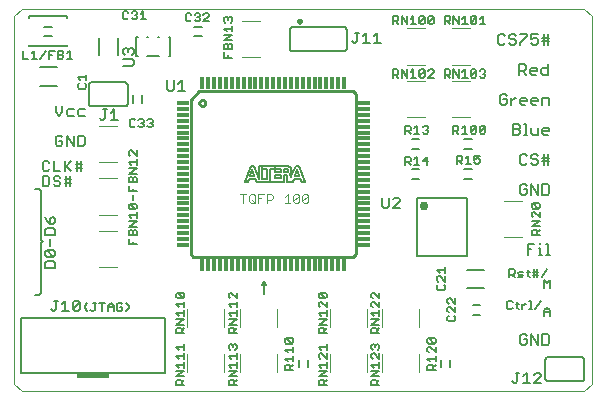
<source format=gto>
G75*
%MOIN*%
%OFA0B0*%
%FSLAX25Y25*%
%IPPOS*%
%LPD*%
%AMOC8*
5,1,8,0,0,1.08239X$1,22.5*
%
%ADD10C,0.00000*%
%ADD11C,0.00600*%
%ADD12C,0.00500*%
%ADD13C,0.00800*%
%ADD14C,0.01000*%
%ADD15C,0.00400*%
%ADD16C,0.00300*%
%ADD17R,0.04133X0.01182*%
%ADD18R,0.04133X0.01181*%
%ADD19R,0.01182X0.04133*%
%ADD20R,0.01181X0.04133*%
%ADD21C,0.02953*%
D10*
X0007850Y0004100D02*
X0005350Y0006600D01*
X0005350Y0129100D01*
X0007850Y0131600D01*
X0195350Y0131600D01*
X0197850Y0129100D01*
X0197850Y0006600D01*
X0195350Y0004100D01*
X0007850Y0004100D01*
D11*
X0018092Y0030962D02*
X0018659Y0030962D01*
X0019226Y0031530D01*
X0019226Y0034365D01*
X0018659Y0034365D02*
X0019794Y0034365D01*
X0021208Y0033231D02*
X0022342Y0034365D01*
X0022342Y0030962D01*
X0021208Y0030962D02*
X0023477Y0030962D01*
X0024891Y0031530D02*
X0027160Y0033798D01*
X0027160Y0031530D01*
X0026593Y0030962D01*
X0025458Y0030962D01*
X0024891Y0031530D01*
X0024891Y0033798D01*
X0025458Y0034365D01*
X0026593Y0034365D01*
X0027160Y0033798D01*
X0018092Y0030962D02*
X0017525Y0031530D01*
X0013475Y0036288D02*
X0012225Y0036288D01*
X0013475Y0036288D02*
X0014100Y0036913D01*
X0014100Y0053475D01*
X0014725Y0054100D01*
X0014100Y0054725D01*
X0014100Y0070975D01*
X0013475Y0071600D01*
X0012225Y0071600D01*
X0014712Y0072525D02*
X0016414Y0072525D01*
X0016981Y0073092D01*
X0016981Y0075361D01*
X0016414Y0075928D01*
X0014712Y0075928D01*
X0014712Y0072525D01*
X0018396Y0073092D02*
X0018963Y0072525D01*
X0020097Y0072525D01*
X0020664Y0073092D01*
X0020664Y0073659D01*
X0020097Y0074226D01*
X0018963Y0074226D01*
X0018396Y0074794D01*
X0018396Y0075361D01*
X0018963Y0075928D01*
X0020097Y0075928D01*
X0020664Y0075361D01*
X0022079Y0074794D02*
X0023780Y0074794D01*
X0024347Y0074794D01*
X0024347Y0073659D02*
X0022079Y0073659D01*
X0022646Y0072525D02*
X0022646Y0075928D01*
X0023780Y0075928D02*
X0023780Y0072525D01*
X0024347Y0077525D02*
X0022646Y0079226D01*
X0022079Y0078659D02*
X0024347Y0080928D01*
X0025762Y0079794D02*
X0027463Y0079794D01*
X0028031Y0079794D01*
X0028031Y0078659D02*
X0025762Y0078659D01*
X0026329Y0077525D02*
X0026329Y0080928D01*
X0027463Y0080928D02*
X0027463Y0077525D01*
X0022079Y0077525D02*
X0022079Y0080928D01*
X0018396Y0080928D02*
X0018396Y0077525D01*
X0020664Y0077525D01*
X0016981Y0078092D02*
X0016414Y0077525D01*
X0015280Y0077525D01*
X0014712Y0078092D01*
X0014712Y0080361D01*
X0015280Y0080928D01*
X0016414Y0080928D01*
X0016981Y0080361D01*
X0019655Y0085963D02*
X0020789Y0085963D01*
X0021356Y0086530D01*
X0021356Y0087664D01*
X0020222Y0087664D01*
X0021356Y0088798D02*
X0020789Y0089365D01*
X0019655Y0089365D01*
X0019088Y0088798D01*
X0019088Y0086530D01*
X0019655Y0085963D01*
X0022771Y0085963D02*
X0022771Y0089365D01*
X0025039Y0085963D01*
X0025039Y0089365D01*
X0026454Y0089365D02*
X0028155Y0089365D01*
X0028722Y0088798D01*
X0028722Y0086530D01*
X0028155Y0085963D01*
X0026454Y0085963D01*
X0026454Y0089365D01*
X0033775Y0095280D02*
X0034342Y0094712D01*
X0034909Y0094712D01*
X0035476Y0095280D01*
X0035476Y0098115D01*
X0034909Y0098115D02*
X0036044Y0098115D01*
X0037458Y0096981D02*
X0038592Y0098115D01*
X0038592Y0094712D01*
X0037458Y0094712D02*
X0039727Y0094712D01*
X0042100Y0099162D02*
X0031100Y0099162D01*
X0031040Y0099164D01*
X0030979Y0099169D01*
X0030920Y0099178D01*
X0030861Y0099191D01*
X0030802Y0099207D01*
X0030745Y0099227D01*
X0030690Y0099250D01*
X0030635Y0099277D01*
X0030583Y0099306D01*
X0030532Y0099339D01*
X0030483Y0099375D01*
X0030437Y0099413D01*
X0030393Y0099455D01*
X0030351Y0099499D01*
X0030313Y0099545D01*
X0030277Y0099594D01*
X0030244Y0099645D01*
X0030215Y0099697D01*
X0030188Y0099752D01*
X0030165Y0099807D01*
X0030145Y0099864D01*
X0030129Y0099923D01*
X0030116Y0099982D01*
X0030107Y0100041D01*
X0030102Y0100102D01*
X0030100Y0100162D01*
X0030100Y0106162D01*
X0030102Y0106222D01*
X0030107Y0106283D01*
X0030116Y0106342D01*
X0030129Y0106401D01*
X0030145Y0106460D01*
X0030165Y0106517D01*
X0030188Y0106572D01*
X0030215Y0106627D01*
X0030244Y0106679D01*
X0030277Y0106730D01*
X0030313Y0106779D01*
X0030351Y0106825D01*
X0030393Y0106869D01*
X0030437Y0106911D01*
X0030483Y0106949D01*
X0030532Y0106985D01*
X0030583Y0107018D01*
X0030635Y0107047D01*
X0030690Y0107074D01*
X0030745Y0107097D01*
X0030802Y0107117D01*
X0030861Y0107133D01*
X0030920Y0107146D01*
X0030979Y0107155D01*
X0031040Y0107160D01*
X0031100Y0107162D01*
X0042100Y0107162D01*
X0042160Y0107160D01*
X0042221Y0107155D01*
X0042280Y0107146D01*
X0042339Y0107133D01*
X0042398Y0107117D01*
X0042455Y0107097D01*
X0042510Y0107074D01*
X0042565Y0107047D01*
X0042617Y0107018D01*
X0042668Y0106985D01*
X0042717Y0106949D01*
X0042763Y0106911D01*
X0042807Y0106869D01*
X0042849Y0106825D01*
X0042887Y0106779D01*
X0042923Y0106730D01*
X0042956Y0106679D01*
X0042985Y0106627D01*
X0043012Y0106572D01*
X0043035Y0106517D01*
X0043055Y0106460D01*
X0043071Y0106401D01*
X0043084Y0106342D01*
X0043093Y0106283D01*
X0043098Y0106222D01*
X0043100Y0106162D01*
X0043100Y0100162D01*
X0043098Y0100102D01*
X0043093Y0100041D01*
X0043084Y0099982D01*
X0043071Y0099923D01*
X0043055Y0099864D01*
X0043035Y0099807D01*
X0043012Y0099752D01*
X0042985Y0099697D01*
X0042956Y0099645D01*
X0042923Y0099594D01*
X0042887Y0099545D01*
X0042849Y0099499D01*
X0042807Y0099455D01*
X0042763Y0099413D01*
X0042717Y0099375D01*
X0042668Y0099339D01*
X0042617Y0099306D01*
X0042565Y0099277D01*
X0042510Y0099250D01*
X0042455Y0099227D01*
X0042398Y0099207D01*
X0042339Y0099191D01*
X0042280Y0099178D01*
X0042221Y0099169D01*
X0042160Y0099164D01*
X0042100Y0099162D01*
X0044725Y0100350D02*
X0044725Y0102850D01*
X0047850Y0102850D02*
X0047850Y0100350D01*
X0056275Y0104967D02*
X0056842Y0104400D01*
X0057976Y0104400D01*
X0058544Y0104967D01*
X0058544Y0107803D01*
X0059958Y0106669D02*
X0061092Y0107803D01*
X0061092Y0104400D01*
X0059958Y0104400D02*
X0062227Y0104400D01*
X0056275Y0104967D02*
X0056275Y0107803D01*
X0056828Y0115911D02*
X0057198Y0115911D01*
X0057198Y0122289D01*
X0056828Y0122289D01*
X0053655Y0122289D02*
X0053285Y0122289D01*
X0049915Y0122289D02*
X0049545Y0122289D01*
X0046372Y0122289D02*
X0046002Y0122289D01*
X0046002Y0115911D01*
X0046372Y0115911D01*
X0045050Y0116775D02*
X0044483Y0116208D01*
X0045050Y0116775D02*
X0045050Y0117910D01*
X0044483Y0118477D01*
X0043916Y0118477D01*
X0043349Y0117910D01*
X0043349Y0117342D01*
X0043349Y0117910D02*
X0042781Y0118477D01*
X0042214Y0118477D01*
X0041647Y0117910D01*
X0041647Y0116775D01*
X0042214Y0116208D01*
X0041647Y0114794D02*
X0044483Y0114794D01*
X0045050Y0114226D01*
X0045050Y0113092D01*
X0044483Y0112525D01*
X0041647Y0112525D01*
X0039725Y0116287D02*
X0039725Y0121912D01*
X0033475Y0121912D02*
X0033475Y0116287D01*
X0022850Y0119100D02*
X0022850Y0119725D01*
X0022850Y0119100D02*
X0010350Y0119100D01*
X0010350Y0119725D01*
X0015350Y0122537D02*
X0017850Y0122537D01*
X0017850Y0125662D02*
X0015350Y0125662D01*
X0010350Y0128475D02*
X0010350Y0129100D01*
X0022850Y0129100D01*
X0022850Y0128475D01*
X0019413Y0112225D02*
X0013787Y0112225D01*
X0013787Y0105975D02*
X0019413Y0105975D01*
X0019088Y0099365D02*
X0019088Y0097097D01*
X0020222Y0095962D01*
X0021356Y0097097D01*
X0021356Y0099365D01*
X0022771Y0097664D02*
X0022771Y0096530D01*
X0023338Y0095962D01*
X0025039Y0095962D01*
X0026454Y0096530D02*
X0026454Y0097664D01*
X0027021Y0098231D01*
X0028722Y0098231D01*
X0028722Y0095962D02*
X0027021Y0095962D01*
X0026454Y0096530D01*
X0025039Y0098231D02*
X0023338Y0098231D01*
X0022771Y0097664D01*
X0049545Y0115911D02*
X0053655Y0115911D01*
X0065350Y0122537D02*
X0067850Y0122537D01*
X0067850Y0125662D02*
X0065350Y0125662D01*
X0097100Y0124600D02*
X0097100Y0118600D01*
X0097102Y0118540D01*
X0097107Y0118479D01*
X0097116Y0118420D01*
X0097129Y0118361D01*
X0097145Y0118302D01*
X0097165Y0118245D01*
X0097188Y0118190D01*
X0097215Y0118135D01*
X0097244Y0118083D01*
X0097277Y0118032D01*
X0097313Y0117983D01*
X0097351Y0117937D01*
X0097393Y0117893D01*
X0097437Y0117851D01*
X0097483Y0117813D01*
X0097532Y0117777D01*
X0097583Y0117744D01*
X0097635Y0117715D01*
X0097690Y0117688D01*
X0097745Y0117665D01*
X0097802Y0117645D01*
X0097861Y0117629D01*
X0097920Y0117616D01*
X0097979Y0117607D01*
X0098040Y0117602D01*
X0098100Y0117600D01*
X0115100Y0117600D01*
X0115160Y0117602D01*
X0115221Y0117607D01*
X0115280Y0117616D01*
X0115339Y0117629D01*
X0115398Y0117645D01*
X0115455Y0117665D01*
X0115510Y0117688D01*
X0115565Y0117715D01*
X0115617Y0117744D01*
X0115668Y0117777D01*
X0115717Y0117813D01*
X0115763Y0117851D01*
X0115807Y0117893D01*
X0115849Y0117937D01*
X0115887Y0117983D01*
X0115923Y0118032D01*
X0115956Y0118083D01*
X0115985Y0118135D01*
X0116012Y0118190D01*
X0116035Y0118245D01*
X0116055Y0118302D01*
X0116071Y0118361D01*
X0116084Y0118420D01*
X0116093Y0118479D01*
X0116098Y0118540D01*
X0116100Y0118600D01*
X0116100Y0124600D01*
X0116098Y0124660D01*
X0116093Y0124721D01*
X0116084Y0124780D01*
X0116071Y0124839D01*
X0116055Y0124898D01*
X0116035Y0124955D01*
X0116012Y0125010D01*
X0115985Y0125065D01*
X0115956Y0125117D01*
X0115923Y0125168D01*
X0115887Y0125217D01*
X0115849Y0125263D01*
X0115807Y0125307D01*
X0115763Y0125349D01*
X0115717Y0125387D01*
X0115668Y0125423D01*
X0115617Y0125456D01*
X0115565Y0125485D01*
X0115510Y0125512D01*
X0115455Y0125535D01*
X0115398Y0125555D01*
X0115339Y0125571D01*
X0115280Y0125584D01*
X0115221Y0125593D01*
X0115160Y0125598D01*
X0115100Y0125600D01*
X0098100Y0125600D01*
X0098040Y0125598D01*
X0097979Y0125593D01*
X0097920Y0125584D01*
X0097861Y0125571D01*
X0097802Y0125555D01*
X0097745Y0125535D01*
X0097690Y0125512D01*
X0097635Y0125485D01*
X0097583Y0125456D01*
X0097532Y0125423D01*
X0097483Y0125387D01*
X0097437Y0125349D01*
X0097393Y0125307D01*
X0097351Y0125263D01*
X0097313Y0125217D01*
X0097277Y0125168D01*
X0097244Y0125117D01*
X0097215Y0125065D01*
X0097188Y0125010D01*
X0097165Y0124955D01*
X0097145Y0124898D01*
X0097129Y0124839D01*
X0097116Y0124780D01*
X0097107Y0124721D01*
X0097102Y0124660D01*
X0097100Y0124600D01*
X0117837Y0120905D02*
X0118405Y0120337D01*
X0118972Y0120337D01*
X0119539Y0120905D01*
X0119539Y0123740D01*
X0118972Y0123740D02*
X0120106Y0123740D01*
X0121521Y0122606D02*
X0122655Y0123740D01*
X0122655Y0120337D01*
X0121521Y0120337D02*
X0123789Y0120337D01*
X0125204Y0120337D02*
X0127472Y0120337D01*
X0126338Y0120337D02*
X0126338Y0123740D01*
X0125204Y0122606D01*
X0166609Y0122548D02*
X0166609Y0120280D01*
X0167176Y0119712D01*
X0168311Y0119712D01*
X0168878Y0120280D01*
X0170292Y0120280D02*
X0170860Y0119712D01*
X0171994Y0119712D01*
X0172561Y0120280D01*
X0172561Y0120847D01*
X0171994Y0121414D01*
X0170860Y0121414D01*
X0170292Y0121981D01*
X0170292Y0122548D01*
X0170860Y0123115D01*
X0171994Y0123115D01*
X0172561Y0122548D01*
X0173976Y0123115D02*
X0176244Y0123115D01*
X0176244Y0122548D01*
X0173976Y0120280D01*
X0173976Y0119712D01*
X0177659Y0120280D02*
X0178226Y0119712D01*
X0179360Y0119712D01*
X0179927Y0120280D01*
X0179927Y0121414D01*
X0179360Y0121981D01*
X0178793Y0121981D01*
X0177659Y0121414D01*
X0177659Y0123115D01*
X0179927Y0123115D01*
X0181342Y0121981D02*
X0183043Y0121981D01*
X0183610Y0121981D01*
X0183610Y0120847D02*
X0181342Y0120847D01*
X0181909Y0119712D02*
X0181909Y0123115D01*
X0183043Y0123115D02*
X0183043Y0119712D01*
X0183298Y0113115D02*
X0183298Y0109712D01*
X0181597Y0109712D01*
X0181029Y0110280D01*
X0181029Y0111414D01*
X0181597Y0111981D01*
X0183298Y0111981D01*
X0179615Y0111414D02*
X0179615Y0110847D01*
X0177346Y0110847D01*
X0177346Y0111414D02*
X0177913Y0111981D01*
X0179048Y0111981D01*
X0179615Y0111414D01*
X0179048Y0109712D02*
X0177913Y0109712D01*
X0177346Y0110280D01*
X0177346Y0111414D01*
X0175932Y0111414D02*
X0175932Y0112548D01*
X0175365Y0113115D01*
X0173663Y0113115D01*
X0173663Y0109712D01*
X0173663Y0110847D02*
X0175365Y0110847D01*
X0175932Y0111414D01*
X0174797Y0110847D02*
X0175932Y0109712D01*
X0168925Y0103115D02*
X0167790Y0103115D01*
X0167223Y0102548D01*
X0167223Y0100280D01*
X0167790Y0099712D01*
X0168925Y0099712D01*
X0169492Y0100280D01*
X0169492Y0101414D01*
X0168357Y0101414D01*
X0169492Y0102548D02*
X0168925Y0103115D01*
X0170906Y0101981D02*
X0170906Y0099712D01*
X0170906Y0100847D02*
X0172041Y0101981D01*
X0172608Y0101981D01*
X0173976Y0101414D02*
X0173976Y0100280D01*
X0174543Y0099712D01*
X0175677Y0099712D01*
X0176244Y0100847D02*
X0173976Y0100847D01*
X0173976Y0101414D02*
X0174543Y0101981D01*
X0175677Y0101981D01*
X0176244Y0101414D01*
X0176244Y0100847D01*
X0177659Y0100847D02*
X0179927Y0100847D01*
X0179927Y0101414D01*
X0179360Y0101981D01*
X0178226Y0101981D01*
X0177659Y0101414D01*
X0177659Y0100280D01*
X0178226Y0099712D01*
X0179360Y0099712D01*
X0181342Y0099712D02*
X0181342Y0101981D01*
X0183043Y0101981D01*
X0183610Y0101414D01*
X0183610Y0099712D01*
X0175770Y0093115D02*
X0175770Y0089712D01*
X0175203Y0089712D02*
X0176338Y0089712D01*
X0177659Y0090280D02*
X0178226Y0089712D01*
X0179927Y0089712D01*
X0179927Y0091981D01*
X0181342Y0091414D02*
X0181342Y0090280D01*
X0181909Y0089712D01*
X0183043Y0089712D01*
X0183610Y0090847D02*
X0181342Y0090847D01*
X0181342Y0091414D02*
X0181909Y0091981D01*
X0183043Y0091981D01*
X0183610Y0091414D01*
X0183610Y0090847D01*
X0177659Y0090280D02*
X0177659Y0091981D01*
X0175770Y0093115D02*
X0175203Y0093115D01*
X0173789Y0092548D02*
X0173789Y0091981D01*
X0173222Y0091414D01*
X0171520Y0091414D01*
X0171520Y0093115D02*
X0173222Y0093115D01*
X0173789Y0092548D01*
X0173222Y0091414D02*
X0173789Y0090847D01*
X0173789Y0090280D01*
X0173222Y0089712D01*
X0171520Y0089712D01*
X0171520Y0093115D01*
X0174543Y0083115D02*
X0173976Y0082548D01*
X0173976Y0080280D01*
X0174543Y0079713D01*
X0175677Y0079713D01*
X0176244Y0080280D01*
X0177659Y0080280D02*
X0178226Y0079713D01*
X0179360Y0079713D01*
X0179927Y0080280D01*
X0179927Y0080847D01*
X0179360Y0081414D01*
X0178226Y0081414D01*
X0177659Y0081981D01*
X0177659Y0082548D01*
X0178226Y0083115D01*
X0179360Y0083115D01*
X0179927Y0082548D01*
X0181342Y0081981D02*
X0183043Y0081981D01*
X0183610Y0081981D01*
X0183610Y0080847D02*
X0181342Y0080847D01*
X0181909Y0079713D02*
X0181909Y0083115D01*
X0183043Y0083115D02*
X0183043Y0079713D01*
X0176244Y0082548D02*
X0175677Y0083115D01*
X0174543Y0083115D01*
X0174543Y0073115D02*
X0173976Y0072548D01*
X0173976Y0070280D01*
X0174543Y0069713D01*
X0175677Y0069713D01*
X0176244Y0070280D01*
X0176244Y0071414D01*
X0175110Y0071414D01*
X0176244Y0072548D02*
X0175677Y0073115D01*
X0174543Y0073115D01*
X0177659Y0073115D02*
X0177659Y0069713D01*
X0179927Y0069713D02*
X0179927Y0073115D01*
X0181342Y0073115D02*
X0183043Y0073115D01*
X0183610Y0072548D01*
X0183610Y0070280D01*
X0183043Y0069713D01*
X0181342Y0069713D01*
X0181342Y0073115D01*
X0177659Y0073115D02*
X0179927Y0069713D01*
X0157850Y0075038D02*
X0155350Y0075038D01*
X0155350Y0078163D02*
X0157850Y0078163D01*
X0157850Y0085038D02*
X0155350Y0085038D01*
X0155350Y0088162D02*
X0157850Y0088162D01*
X0140350Y0088162D02*
X0137850Y0088162D01*
X0137850Y0085038D02*
X0140350Y0085038D01*
X0140350Y0078163D02*
X0137850Y0078163D01*
X0137850Y0075038D02*
X0140350Y0075038D01*
X0133789Y0068173D02*
X0133222Y0068740D01*
X0132088Y0068740D01*
X0131521Y0068173D01*
X0130106Y0068740D02*
X0130106Y0065905D01*
X0129539Y0065337D01*
X0128405Y0065337D01*
X0127837Y0065905D01*
X0127837Y0068740D01*
X0131521Y0065337D02*
X0133789Y0067606D01*
X0133789Y0068173D01*
X0133789Y0065337D02*
X0131521Y0065337D01*
X0156288Y0044725D02*
X0161913Y0044725D01*
X0161913Y0038475D02*
X0156288Y0038475D01*
X0158163Y0032850D02*
X0160663Y0032850D01*
X0160663Y0029725D02*
X0158163Y0029725D01*
X0173976Y0022548D02*
X0173976Y0020280D01*
X0174543Y0019713D01*
X0175677Y0019713D01*
X0176244Y0020280D01*
X0176244Y0021414D01*
X0175110Y0021414D01*
X0176244Y0022548D02*
X0175677Y0023115D01*
X0174543Y0023115D01*
X0173976Y0022548D01*
X0177659Y0023115D02*
X0177659Y0019713D01*
X0179927Y0019713D02*
X0179927Y0023115D01*
X0181342Y0023115D02*
X0183043Y0023115D01*
X0183610Y0022548D01*
X0183610Y0020280D01*
X0183043Y0019713D01*
X0181342Y0019713D01*
X0181342Y0023115D01*
X0177659Y0023115D02*
X0179927Y0019713D01*
X0183287Y0015600D02*
X0194287Y0015600D01*
X0194347Y0015598D01*
X0194408Y0015593D01*
X0194467Y0015584D01*
X0194526Y0015571D01*
X0194585Y0015555D01*
X0194642Y0015535D01*
X0194697Y0015512D01*
X0194752Y0015485D01*
X0194804Y0015456D01*
X0194855Y0015423D01*
X0194904Y0015387D01*
X0194950Y0015349D01*
X0194994Y0015307D01*
X0195036Y0015263D01*
X0195074Y0015217D01*
X0195110Y0015168D01*
X0195143Y0015117D01*
X0195172Y0015065D01*
X0195199Y0015010D01*
X0195222Y0014955D01*
X0195242Y0014898D01*
X0195258Y0014839D01*
X0195271Y0014780D01*
X0195280Y0014721D01*
X0195285Y0014660D01*
X0195287Y0014600D01*
X0195287Y0008600D01*
X0195285Y0008540D01*
X0195280Y0008479D01*
X0195271Y0008420D01*
X0195258Y0008361D01*
X0195242Y0008302D01*
X0195222Y0008245D01*
X0195199Y0008190D01*
X0195172Y0008135D01*
X0195143Y0008083D01*
X0195110Y0008032D01*
X0195074Y0007983D01*
X0195036Y0007937D01*
X0194994Y0007893D01*
X0194950Y0007851D01*
X0194904Y0007813D01*
X0194855Y0007777D01*
X0194804Y0007744D01*
X0194752Y0007715D01*
X0194697Y0007688D01*
X0194642Y0007665D01*
X0194585Y0007645D01*
X0194526Y0007629D01*
X0194467Y0007616D01*
X0194408Y0007607D01*
X0194347Y0007602D01*
X0194287Y0007600D01*
X0183287Y0007600D01*
X0183227Y0007602D01*
X0183166Y0007607D01*
X0183107Y0007616D01*
X0183048Y0007629D01*
X0182989Y0007645D01*
X0182932Y0007665D01*
X0182877Y0007688D01*
X0182822Y0007715D01*
X0182770Y0007744D01*
X0182719Y0007777D01*
X0182670Y0007813D01*
X0182624Y0007851D01*
X0182580Y0007893D01*
X0182538Y0007937D01*
X0182500Y0007983D01*
X0182464Y0008032D01*
X0182431Y0008083D01*
X0182402Y0008135D01*
X0182375Y0008190D01*
X0182352Y0008245D01*
X0182332Y0008302D01*
X0182316Y0008361D01*
X0182303Y0008420D01*
X0182294Y0008479D01*
X0182289Y0008540D01*
X0182287Y0008600D01*
X0182287Y0014600D01*
X0182289Y0014660D01*
X0182294Y0014721D01*
X0182303Y0014780D01*
X0182316Y0014839D01*
X0182332Y0014898D01*
X0182352Y0014955D01*
X0182375Y0015010D01*
X0182402Y0015065D01*
X0182431Y0015117D01*
X0182464Y0015168D01*
X0182500Y0015217D01*
X0182538Y0015263D01*
X0182580Y0015307D01*
X0182624Y0015349D01*
X0182670Y0015387D01*
X0182719Y0015423D01*
X0182770Y0015456D01*
X0182822Y0015485D01*
X0182877Y0015512D01*
X0182932Y0015535D01*
X0182989Y0015555D01*
X0183048Y0015571D01*
X0183107Y0015584D01*
X0183166Y0015593D01*
X0183227Y0015598D01*
X0183287Y0015600D01*
X0180343Y0010303D02*
X0179208Y0010303D01*
X0178641Y0009736D01*
X0180343Y0010303D02*
X0180910Y0009736D01*
X0180910Y0009169D01*
X0178641Y0006900D01*
X0180910Y0006900D01*
X0177227Y0006900D02*
X0174958Y0006900D01*
X0176092Y0006900D02*
X0176092Y0010303D01*
X0174958Y0009169D01*
X0173544Y0010303D02*
X0172409Y0010303D01*
X0172976Y0010303D02*
X0172976Y0007467D01*
X0172409Y0006900D01*
X0171842Y0006900D01*
X0171275Y0007467D01*
X0150663Y0012225D02*
X0150663Y0014725D01*
X0147538Y0014725D02*
X0147538Y0012225D01*
X0103162Y0012225D02*
X0103162Y0014725D01*
X0100037Y0014725D02*
X0100037Y0012225D01*
X0088475Y0036600D02*
X0088475Y0040663D01*
X0087850Y0039725D01*
X0088475Y0040663D02*
X0089100Y0039725D01*
X0018925Y0045192D02*
X0018925Y0046894D01*
X0018358Y0047461D01*
X0016089Y0047461D01*
X0015522Y0046894D01*
X0015522Y0045192D01*
X0018925Y0045192D01*
X0018358Y0048875D02*
X0016089Y0048875D01*
X0015522Y0049442D01*
X0015522Y0050577D01*
X0016089Y0051144D01*
X0018358Y0048875D01*
X0018925Y0049442D01*
X0018925Y0050577D01*
X0018358Y0051144D01*
X0016089Y0051144D01*
X0017224Y0052558D02*
X0017224Y0054827D01*
X0018925Y0056242D02*
X0015522Y0056242D01*
X0015522Y0057943D01*
X0016089Y0058510D01*
X0018358Y0058510D01*
X0018925Y0057943D01*
X0018925Y0056242D01*
X0018358Y0059925D02*
X0017224Y0059925D01*
X0017224Y0061626D01*
X0017791Y0062193D01*
X0018358Y0062193D01*
X0018925Y0061626D01*
X0018925Y0060492D01*
X0018358Y0059925D01*
X0017224Y0059925D02*
X0016089Y0061059D01*
X0015522Y0062193D01*
X0166609Y0122548D02*
X0167176Y0123115D01*
X0168311Y0123115D01*
X0168878Y0122548D01*
X0176431Y0053115D02*
X0178700Y0053115D01*
X0180114Y0051981D02*
X0180681Y0051981D01*
X0180681Y0049712D01*
X0180114Y0049712D02*
X0181248Y0049712D01*
X0182570Y0049712D02*
X0183704Y0049712D01*
X0183137Y0049712D02*
X0183137Y0053115D01*
X0182570Y0053115D01*
X0180681Y0053115D02*
X0180681Y0053683D01*
X0177565Y0051414D02*
X0176431Y0051414D01*
X0176431Y0053115D02*
X0176431Y0049712D01*
D12*
X0176630Y0044414D02*
X0176630Y0042613D01*
X0177081Y0042163D01*
X0178144Y0043063D02*
X0179946Y0043063D01*
X0179946Y0043964D02*
X0179496Y0043964D01*
X0178144Y0043964D01*
X0178595Y0044865D02*
X0178595Y0042163D01*
X0179496Y0042163D02*
X0179496Y0044865D01*
X0177081Y0043964D02*
X0176180Y0043964D01*
X0175035Y0043964D02*
X0173684Y0043964D01*
X0173234Y0043514D01*
X0173684Y0043063D01*
X0174585Y0043063D01*
X0175035Y0042613D01*
X0174585Y0042163D01*
X0173234Y0042163D01*
X0172089Y0042163D02*
X0171188Y0043063D01*
X0171638Y0043063D02*
X0170287Y0043063D01*
X0170287Y0042163D02*
X0170287Y0044865D01*
X0171638Y0044865D01*
X0172089Y0044414D01*
X0172089Y0043514D01*
X0171638Y0043063D01*
X0181091Y0042163D02*
X0182893Y0044865D01*
X0182028Y0041115D02*
X0182929Y0040214D01*
X0183830Y0041115D01*
X0183830Y0038413D01*
X0182028Y0038413D02*
X0182028Y0041115D01*
X0180705Y0034240D02*
X0178903Y0031537D01*
X0177840Y0031537D02*
X0176939Y0031537D01*
X0177390Y0031537D02*
X0177390Y0034240D01*
X0176939Y0034240D01*
X0175835Y0033339D02*
X0175384Y0033339D01*
X0174484Y0032438D01*
X0174484Y0031537D02*
X0174484Y0033339D01*
X0173420Y0033339D02*
X0172519Y0033339D01*
X0172970Y0033789D02*
X0172970Y0031988D01*
X0173420Y0031537D01*
X0171374Y0031988D02*
X0170924Y0031537D01*
X0170023Y0031537D01*
X0169573Y0031988D01*
X0169573Y0033789D01*
X0170023Y0034240D01*
X0170924Y0034240D01*
X0171374Y0033789D01*
X0182028Y0031152D02*
X0182028Y0029350D01*
X0182028Y0030701D02*
X0183830Y0030701D01*
X0183830Y0031152D02*
X0183830Y0029350D01*
X0183830Y0031152D02*
X0182929Y0032052D01*
X0182028Y0031152D01*
X0152288Y0030422D02*
X0150486Y0032223D01*
X0150036Y0032223D01*
X0149585Y0031773D01*
X0149585Y0030872D01*
X0150036Y0030422D01*
X0150036Y0029277D02*
X0149585Y0028826D01*
X0149585Y0027925D01*
X0150036Y0027475D01*
X0151837Y0027475D01*
X0152288Y0027925D01*
X0152288Y0028826D01*
X0151837Y0029277D01*
X0152288Y0030422D02*
X0152288Y0032223D01*
X0152288Y0033368D02*
X0150486Y0035170D01*
X0150036Y0035170D01*
X0149585Y0034719D01*
X0149585Y0033818D01*
X0150036Y0033368D01*
X0152288Y0033368D02*
X0152288Y0035170D01*
X0148850Y0038238D02*
X0148850Y0039139D01*
X0148400Y0039589D01*
X0148850Y0040734D02*
X0147048Y0042536D01*
X0146598Y0042536D01*
X0146148Y0042085D01*
X0146148Y0041184D01*
X0146598Y0040734D01*
X0146598Y0039589D02*
X0146148Y0039139D01*
X0146148Y0038238D01*
X0146598Y0037788D01*
X0148400Y0037788D01*
X0148850Y0038238D01*
X0148850Y0040734D02*
X0148850Y0042536D01*
X0148850Y0043681D02*
X0148850Y0045482D01*
X0148850Y0044581D02*
X0146148Y0044581D01*
X0147048Y0043681D01*
X0126975Y0037000D02*
X0126975Y0035199D01*
X0125173Y0037000D01*
X0124723Y0037000D01*
X0124273Y0036550D01*
X0124273Y0035649D01*
X0124723Y0035199D01*
X0124723Y0034054D02*
X0124273Y0033603D01*
X0124273Y0032702D01*
X0124723Y0032252D01*
X0124723Y0034054D02*
X0125173Y0034054D01*
X0126975Y0032252D01*
X0126975Y0034054D01*
X0126975Y0031107D02*
X0126975Y0029306D01*
X0126975Y0030206D02*
X0124273Y0030206D01*
X0125173Y0029306D01*
X0124273Y0028161D02*
X0126975Y0028161D01*
X0124273Y0026359D01*
X0126975Y0026359D01*
X0126975Y0025214D02*
X0126074Y0024313D01*
X0126074Y0024764D02*
X0126074Y0023412D01*
X0126975Y0023412D02*
X0124273Y0023412D01*
X0124273Y0024764D01*
X0124723Y0025214D01*
X0125624Y0025214D01*
X0126074Y0024764D01*
X0126074Y0019768D02*
X0126525Y0019768D01*
X0126975Y0019317D01*
X0126975Y0018416D01*
X0126525Y0017966D01*
X0126975Y0016821D02*
X0126975Y0015019D01*
X0125173Y0016821D01*
X0124723Y0016821D01*
X0124273Y0016371D01*
X0124273Y0015470D01*
X0124723Y0015019D01*
X0124273Y0012974D02*
X0126975Y0012974D01*
X0126975Y0013874D02*
X0126975Y0012073D01*
X0126975Y0010928D02*
X0124273Y0010928D01*
X0125173Y0012073D02*
X0124273Y0012974D01*
X0126975Y0010928D02*
X0124273Y0009126D01*
X0126975Y0009126D01*
X0126975Y0007981D02*
X0126074Y0007081D01*
X0126074Y0007531D02*
X0126074Y0006180D01*
X0126975Y0006180D02*
X0124273Y0006180D01*
X0124273Y0007531D01*
X0124723Y0007981D01*
X0125624Y0007981D01*
X0126074Y0007531D01*
X0124723Y0017966D02*
X0124273Y0018416D01*
X0124273Y0019317D01*
X0124723Y0019768D01*
X0125173Y0019768D01*
X0125624Y0019317D01*
X0126074Y0019768D01*
X0125624Y0019317D02*
X0125624Y0018867D01*
X0109475Y0018867D02*
X0106773Y0018867D01*
X0107673Y0017966D01*
X0107673Y0016821D02*
X0107223Y0016821D01*
X0106773Y0016371D01*
X0106773Y0015470D01*
X0107223Y0015019D01*
X0107673Y0016821D02*
X0109475Y0015019D01*
X0109475Y0016821D01*
X0109475Y0017966D02*
X0109475Y0019768D01*
X0109475Y0023412D02*
X0106773Y0023412D01*
X0106773Y0024764D01*
X0107223Y0025214D01*
X0108124Y0025214D01*
X0108574Y0024764D01*
X0108574Y0023412D01*
X0108574Y0024313D02*
X0109475Y0025214D01*
X0109475Y0026359D02*
X0106773Y0026359D01*
X0109475Y0028161D01*
X0106773Y0028161D01*
X0107673Y0029306D02*
X0106773Y0030206D01*
X0109475Y0030206D01*
X0109475Y0029306D02*
X0109475Y0031107D01*
X0109475Y0032252D02*
X0107673Y0034054D01*
X0107223Y0034054D01*
X0106773Y0033603D01*
X0106773Y0032702D01*
X0107223Y0032252D01*
X0109475Y0032252D02*
X0109475Y0034054D01*
X0109025Y0035199D02*
X0107223Y0035199D01*
X0106773Y0035649D01*
X0106773Y0036550D01*
X0107223Y0037000D01*
X0109025Y0035199D01*
X0109475Y0035649D01*
X0109475Y0036550D01*
X0109025Y0037000D01*
X0107223Y0037000D01*
X0097775Y0021866D02*
X0095973Y0021866D01*
X0097775Y0020065D01*
X0098225Y0020515D01*
X0098225Y0021416D01*
X0097775Y0021866D01*
X0097775Y0020065D02*
X0095973Y0020065D01*
X0095523Y0020515D01*
X0095523Y0021416D01*
X0095973Y0021866D01*
X0098225Y0018920D02*
X0098225Y0017118D01*
X0098225Y0018019D02*
X0095523Y0018019D01*
X0096423Y0017118D01*
X0098225Y0015973D02*
X0098225Y0014172D01*
X0098225Y0015072D02*
X0095523Y0015072D01*
X0096423Y0014172D01*
X0095973Y0013027D02*
X0096874Y0013027D01*
X0097324Y0012576D01*
X0097324Y0011225D01*
X0097324Y0012126D02*
X0098225Y0013027D01*
X0098225Y0011225D02*
X0095523Y0011225D01*
X0095523Y0012576D01*
X0095973Y0013027D01*
X0106773Y0012974D02*
X0107673Y0012073D01*
X0106773Y0012974D02*
X0109475Y0012974D01*
X0109475Y0013874D02*
X0109475Y0012073D01*
X0109475Y0010928D02*
X0106773Y0010928D01*
X0106773Y0009126D02*
X0109475Y0010928D01*
X0109475Y0009126D02*
X0106773Y0009126D01*
X0107223Y0007981D02*
X0108124Y0007981D01*
X0108574Y0007531D01*
X0108574Y0006180D01*
X0108574Y0007081D02*
X0109475Y0007981D01*
X0109475Y0006180D02*
X0106773Y0006180D01*
X0106773Y0007531D01*
X0107223Y0007981D01*
X0079475Y0007981D02*
X0078574Y0007081D01*
X0078574Y0007531D02*
X0078574Y0006180D01*
X0079475Y0006180D02*
X0076773Y0006180D01*
X0076773Y0007531D01*
X0077223Y0007981D01*
X0078124Y0007981D01*
X0078574Y0007531D01*
X0079475Y0009126D02*
X0076773Y0009126D01*
X0079475Y0010928D01*
X0076773Y0010928D01*
X0077673Y0012073D02*
X0076773Y0012974D01*
X0079475Y0012974D01*
X0079475Y0013874D02*
X0079475Y0012073D01*
X0079475Y0015019D02*
X0079475Y0016821D01*
X0079475Y0015920D02*
X0076773Y0015920D01*
X0077673Y0015019D01*
X0077223Y0017966D02*
X0076773Y0018416D01*
X0076773Y0019317D01*
X0077223Y0019768D01*
X0077673Y0019768D01*
X0078124Y0019317D01*
X0078574Y0019768D01*
X0079025Y0019768D01*
X0079475Y0019317D01*
X0079475Y0018416D01*
X0079025Y0017966D01*
X0078124Y0018867D02*
X0078124Y0019317D01*
X0078574Y0023412D02*
X0078574Y0024764D01*
X0078124Y0025214D01*
X0077223Y0025214D01*
X0076773Y0024764D01*
X0076773Y0023412D01*
X0079475Y0023412D01*
X0078574Y0024313D02*
X0079475Y0025214D01*
X0079475Y0026359D02*
X0076773Y0026359D01*
X0079475Y0028161D01*
X0076773Y0028161D01*
X0077673Y0029306D02*
X0076773Y0030206D01*
X0079475Y0030206D01*
X0079475Y0029306D02*
X0079475Y0031107D01*
X0079475Y0032252D02*
X0079475Y0034054D01*
X0079475Y0033153D02*
X0076773Y0033153D01*
X0077673Y0032252D01*
X0077223Y0035199D02*
X0076773Y0035649D01*
X0076773Y0036550D01*
X0077223Y0037000D01*
X0077673Y0037000D01*
X0079475Y0035199D01*
X0079475Y0037000D01*
X0061975Y0036550D02*
X0061975Y0035649D01*
X0061525Y0035199D01*
X0059723Y0037000D01*
X0061525Y0037000D01*
X0061975Y0036550D01*
X0061525Y0035199D02*
X0059723Y0035199D01*
X0059273Y0035649D01*
X0059273Y0036550D01*
X0059723Y0037000D01*
X0061975Y0034054D02*
X0061975Y0032252D01*
X0061975Y0033153D02*
X0059273Y0033153D01*
X0060173Y0032252D01*
X0061975Y0031107D02*
X0061975Y0029306D01*
X0061975Y0030206D02*
X0059273Y0030206D01*
X0060173Y0029306D01*
X0059273Y0028161D02*
X0061975Y0028161D01*
X0059273Y0026359D01*
X0061975Y0026359D01*
X0061975Y0025214D02*
X0061074Y0024313D01*
X0061074Y0024764D02*
X0061074Y0023412D01*
X0061975Y0023412D02*
X0059273Y0023412D01*
X0059273Y0024764D01*
X0059723Y0025214D01*
X0060624Y0025214D01*
X0061074Y0024764D01*
X0061975Y0019768D02*
X0061975Y0017966D01*
X0061975Y0018867D02*
X0059273Y0018867D01*
X0060173Y0017966D01*
X0061975Y0016821D02*
X0061975Y0015019D01*
X0061975Y0015920D02*
X0059273Y0015920D01*
X0060173Y0015019D01*
X0061975Y0013874D02*
X0061975Y0012073D01*
X0061975Y0012974D02*
X0059273Y0012974D01*
X0060173Y0012073D01*
X0059273Y0010928D02*
X0061975Y0010928D01*
X0059273Y0009126D01*
X0061975Y0009126D01*
X0061975Y0007981D02*
X0061074Y0007081D01*
X0061074Y0007531D02*
X0061074Y0006180D01*
X0061975Y0006180D02*
X0059273Y0006180D01*
X0059273Y0007531D01*
X0059723Y0007981D01*
X0060624Y0007981D01*
X0061074Y0007531D01*
X0042475Y0030912D02*
X0043376Y0031813D01*
X0043376Y0032714D01*
X0042475Y0033615D01*
X0041330Y0033164D02*
X0040880Y0033615D01*
X0039979Y0033615D01*
X0039529Y0033164D01*
X0039529Y0031363D01*
X0039979Y0030912D01*
X0040880Y0030912D01*
X0041330Y0031363D01*
X0041330Y0032264D01*
X0040430Y0032264D01*
X0038384Y0032264D02*
X0036582Y0032264D01*
X0036582Y0032714D02*
X0037483Y0033615D01*
X0038384Y0032714D01*
X0038384Y0030912D01*
X0036582Y0030912D02*
X0036582Y0032714D01*
X0035437Y0033615D02*
X0033636Y0033615D01*
X0034537Y0033615D02*
X0034537Y0030912D01*
X0032040Y0031363D02*
X0032040Y0033615D01*
X0031590Y0033615D02*
X0032491Y0033615D01*
X0029626Y0033615D02*
X0028725Y0032714D01*
X0028725Y0031813D01*
X0029626Y0030912D01*
X0030689Y0031363D02*
X0031140Y0030912D01*
X0031590Y0030912D01*
X0032040Y0031363D01*
X0043373Y0053144D02*
X0043373Y0054946D01*
X0043373Y0056091D02*
X0043373Y0057442D01*
X0043823Y0057892D01*
X0044273Y0057892D01*
X0044724Y0057442D01*
X0044724Y0056091D01*
X0044724Y0057442D02*
X0045174Y0057892D01*
X0045625Y0057892D01*
X0046075Y0057442D01*
X0046075Y0056091D01*
X0043373Y0056091D01*
X0044724Y0054045D02*
X0044724Y0053144D01*
X0046075Y0053144D02*
X0043373Y0053144D01*
X0043373Y0059037D02*
X0046075Y0060839D01*
X0043373Y0060839D01*
X0044273Y0061984D02*
X0043373Y0062884D01*
X0046075Y0062884D01*
X0046075Y0061984D02*
X0046075Y0063785D01*
X0045625Y0064930D02*
X0043823Y0066732D01*
X0045625Y0066732D01*
X0046075Y0066281D01*
X0046075Y0065381D01*
X0045625Y0064930D01*
X0043823Y0064930D01*
X0043373Y0065381D01*
X0043373Y0066281D01*
X0043823Y0066732D01*
X0044724Y0067877D02*
X0044724Y0069678D01*
X0044724Y0070823D02*
X0044724Y0071724D01*
X0046075Y0070823D02*
X0043373Y0070823D01*
X0043373Y0072625D01*
X0043373Y0073770D02*
X0043373Y0075121D01*
X0043823Y0075571D01*
X0044273Y0075571D01*
X0044724Y0075121D01*
X0044724Y0073770D01*
X0044724Y0075121D02*
X0045174Y0075571D01*
X0045625Y0075571D01*
X0046075Y0075121D01*
X0046075Y0073770D01*
X0043373Y0073770D01*
X0043373Y0076716D02*
X0046075Y0078518D01*
X0043373Y0078518D01*
X0044273Y0079663D02*
X0043373Y0080564D01*
X0046075Y0080564D01*
X0046075Y0081464D02*
X0046075Y0079663D01*
X0046075Y0082609D02*
X0044273Y0084411D01*
X0043823Y0084411D01*
X0043373Y0083960D01*
X0043373Y0083060D01*
X0043823Y0082609D01*
X0046075Y0082609D02*
X0046075Y0084411D01*
X0045076Y0092162D02*
X0044175Y0092162D01*
X0043725Y0092613D01*
X0043725Y0094414D01*
X0044175Y0094865D01*
X0045076Y0094865D01*
X0045527Y0094414D01*
X0046672Y0094414D02*
X0047122Y0094865D01*
X0048023Y0094865D01*
X0048473Y0094414D01*
X0048473Y0093964D01*
X0048023Y0093514D01*
X0048473Y0093063D01*
X0048473Y0092613D01*
X0048023Y0092162D01*
X0047122Y0092162D01*
X0046672Y0092613D01*
X0045527Y0092613D02*
X0045076Y0092162D01*
X0047572Y0093514D02*
X0048023Y0093514D01*
X0049618Y0094414D02*
X0050068Y0094865D01*
X0050969Y0094865D01*
X0051420Y0094414D01*
X0051420Y0093964D01*
X0050969Y0093514D01*
X0051420Y0093063D01*
X0051420Y0092613D01*
X0050969Y0092162D01*
X0050068Y0092162D01*
X0049618Y0092613D01*
X0050519Y0093514D02*
X0050969Y0093514D01*
X0029162Y0105425D02*
X0028712Y0104975D01*
X0026911Y0104975D01*
X0026460Y0105425D01*
X0026460Y0106326D01*
X0026911Y0106777D01*
X0027361Y0107922D02*
X0026460Y0108822D01*
X0029162Y0108822D01*
X0029162Y0107922D02*
X0029162Y0109723D01*
X0028712Y0106777D02*
X0029162Y0106326D01*
X0029162Y0105425D01*
X0024634Y0114975D02*
X0022833Y0114975D01*
X0023733Y0114975D02*
X0023733Y0117677D01*
X0022833Y0116777D01*
X0021688Y0116777D02*
X0021237Y0116326D01*
X0019886Y0116326D01*
X0019886Y0114975D02*
X0021237Y0114975D01*
X0021688Y0115425D01*
X0021688Y0115876D01*
X0021237Y0116326D01*
X0021688Y0116777D02*
X0021688Y0117227D01*
X0021237Y0117677D01*
X0019886Y0117677D01*
X0019886Y0114975D01*
X0017840Y0116326D02*
X0016940Y0116326D01*
X0016940Y0114975D02*
X0016940Y0117677D01*
X0018741Y0117677D01*
X0015795Y0117677D02*
X0013993Y0114975D01*
X0012848Y0114975D02*
X0011047Y0114975D01*
X0011947Y0114975D02*
X0011947Y0117677D01*
X0011047Y0116777D01*
X0009902Y0114975D02*
X0008100Y0114975D01*
X0008100Y0117677D01*
X0041538Y0128550D02*
X0041988Y0128100D01*
X0042889Y0128100D01*
X0043339Y0128550D01*
X0044484Y0128550D02*
X0044934Y0128100D01*
X0045835Y0128100D01*
X0046286Y0128550D01*
X0046286Y0129001D01*
X0045835Y0129451D01*
X0045385Y0129451D01*
X0045835Y0129451D02*
X0046286Y0129902D01*
X0046286Y0130352D01*
X0045835Y0130802D01*
X0044934Y0130802D01*
X0044484Y0130352D01*
X0043339Y0130352D02*
X0042889Y0130802D01*
X0041988Y0130802D01*
X0041538Y0130352D01*
X0041538Y0128550D01*
X0047431Y0128100D02*
X0049232Y0128100D01*
X0048331Y0128100D02*
X0048331Y0130802D01*
X0047431Y0129902D01*
X0062475Y0129727D02*
X0062475Y0127925D01*
X0062925Y0127475D01*
X0063826Y0127475D01*
X0064277Y0127925D01*
X0065422Y0127925D02*
X0065872Y0127475D01*
X0066773Y0127475D01*
X0067223Y0127925D01*
X0067223Y0128376D01*
X0066773Y0128826D01*
X0066322Y0128826D01*
X0066773Y0128826D02*
X0067223Y0129277D01*
X0067223Y0129727D01*
X0066773Y0130177D01*
X0065872Y0130177D01*
X0065422Y0129727D01*
X0064277Y0129727D02*
X0063826Y0130177D01*
X0062925Y0130177D01*
X0062475Y0129727D01*
X0068368Y0129727D02*
X0068818Y0130177D01*
X0069719Y0130177D01*
X0070170Y0129727D01*
X0070170Y0129277D01*
X0068368Y0127475D01*
X0070170Y0127475D01*
X0075210Y0127524D02*
X0075661Y0127074D01*
X0075210Y0127524D02*
X0075210Y0128425D01*
X0075661Y0128875D01*
X0076111Y0128875D01*
X0076561Y0128425D01*
X0077012Y0128875D01*
X0077462Y0128875D01*
X0077913Y0128425D01*
X0077913Y0127524D01*
X0077462Y0127074D01*
X0077913Y0125929D02*
X0077913Y0124127D01*
X0077913Y0125028D02*
X0075210Y0125028D01*
X0076111Y0124127D01*
X0075210Y0122982D02*
X0077913Y0122982D01*
X0075210Y0121181D01*
X0077913Y0121181D01*
X0077462Y0120036D02*
X0077012Y0120036D01*
X0076561Y0119585D01*
X0076561Y0118234D01*
X0075210Y0118234D02*
X0075210Y0119585D01*
X0075661Y0120036D01*
X0076111Y0120036D01*
X0076561Y0119585D01*
X0077462Y0120036D02*
X0077913Y0119585D01*
X0077913Y0118234D01*
X0075210Y0118234D01*
X0075210Y0117089D02*
X0075210Y0115287D01*
X0077913Y0115287D01*
X0076561Y0115287D02*
X0076561Y0116188D01*
X0076561Y0127974D02*
X0076561Y0128425D01*
X0131492Y0129240D02*
X0131492Y0126537D01*
X0131492Y0127438D02*
X0132844Y0127438D01*
X0133294Y0127889D01*
X0133294Y0128789D01*
X0132844Y0129240D01*
X0131492Y0129240D01*
X0132393Y0127438D02*
X0133294Y0126537D01*
X0134439Y0126537D02*
X0134439Y0129240D01*
X0136240Y0126537D01*
X0136240Y0129240D01*
X0137385Y0128339D02*
X0138286Y0129240D01*
X0138286Y0126537D01*
X0137385Y0126537D02*
X0139187Y0126537D01*
X0140332Y0126988D02*
X0142134Y0128789D01*
X0142134Y0126988D01*
X0141683Y0126537D01*
X0140782Y0126537D01*
X0140332Y0126988D01*
X0140332Y0128789D01*
X0140782Y0129240D01*
X0141683Y0129240D01*
X0142134Y0128789D01*
X0143278Y0128789D02*
X0143729Y0129240D01*
X0144630Y0129240D01*
X0145080Y0128789D01*
X0143278Y0126988D01*
X0143729Y0126537D01*
X0144630Y0126537D01*
X0145080Y0126988D01*
X0145080Y0128789D01*
X0143278Y0128789D02*
X0143278Y0126988D01*
X0148725Y0127438D02*
X0150076Y0127438D01*
X0150527Y0127889D01*
X0150527Y0128789D01*
X0150076Y0129240D01*
X0148725Y0129240D01*
X0148725Y0126537D01*
X0149626Y0127438D02*
X0150527Y0126537D01*
X0151672Y0126537D02*
X0151672Y0129240D01*
X0153473Y0126537D01*
X0153473Y0129240D01*
X0154618Y0128339D02*
X0155519Y0129240D01*
X0155519Y0126537D01*
X0154618Y0126537D02*
X0156420Y0126537D01*
X0157565Y0126988D02*
X0159366Y0128789D01*
X0159366Y0126988D01*
X0158916Y0126537D01*
X0158015Y0126537D01*
X0157565Y0126988D01*
X0157565Y0128789D01*
X0158015Y0129240D01*
X0158916Y0129240D01*
X0159366Y0128789D01*
X0160511Y0128339D02*
X0161412Y0129240D01*
X0161412Y0126537D01*
X0160511Y0126537D02*
X0162313Y0126537D01*
X0161862Y0111427D02*
X0162313Y0110977D01*
X0162313Y0110527D01*
X0161862Y0110076D01*
X0162313Y0109626D01*
X0162313Y0109175D01*
X0161862Y0108725D01*
X0160961Y0108725D01*
X0160511Y0109175D01*
X0159366Y0109175D02*
X0158916Y0108725D01*
X0158015Y0108725D01*
X0157565Y0109175D01*
X0159366Y0110977D01*
X0159366Y0109175D01*
X0157565Y0109175D02*
X0157565Y0110977D01*
X0158015Y0111427D01*
X0158916Y0111427D01*
X0159366Y0110977D01*
X0160511Y0110977D02*
X0160961Y0111427D01*
X0161862Y0111427D01*
X0161862Y0110076D02*
X0161412Y0110076D01*
X0156420Y0108725D02*
X0154618Y0108725D01*
X0155519Y0108725D02*
X0155519Y0111427D01*
X0154618Y0110527D01*
X0153473Y0111427D02*
X0153473Y0108725D01*
X0151672Y0111427D01*
X0151672Y0108725D01*
X0150527Y0108725D02*
X0149626Y0109626D01*
X0150076Y0109626D02*
X0148725Y0109626D01*
X0148725Y0108725D02*
X0148725Y0111427D01*
X0150076Y0111427D01*
X0150527Y0110977D01*
X0150527Y0110076D01*
X0150076Y0109626D01*
X0145080Y0110527D02*
X0145080Y0110977D01*
X0144630Y0111427D01*
X0143729Y0111427D01*
X0143278Y0110977D01*
X0142134Y0110977D02*
X0140332Y0109175D01*
X0140782Y0108725D01*
X0141683Y0108725D01*
X0142134Y0109175D01*
X0142134Y0110977D01*
X0141683Y0111427D01*
X0140782Y0111427D01*
X0140332Y0110977D01*
X0140332Y0109175D01*
X0139187Y0108725D02*
X0137385Y0108725D01*
X0138286Y0108725D02*
X0138286Y0111427D01*
X0137385Y0110527D01*
X0136240Y0111427D02*
X0136240Y0108725D01*
X0134439Y0111427D01*
X0134439Y0108725D01*
X0133294Y0108725D02*
X0132393Y0109626D01*
X0132844Y0109626D02*
X0131492Y0109626D01*
X0131492Y0108725D02*
X0131492Y0111427D01*
X0132844Y0111427D01*
X0133294Y0110977D01*
X0133294Y0110076D01*
X0132844Y0109626D01*
X0143278Y0108725D02*
X0145080Y0110527D01*
X0145080Y0108725D02*
X0143278Y0108725D01*
X0142844Y0092677D02*
X0141943Y0092677D01*
X0141493Y0092227D01*
X0142394Y0091326D02*
X0142844Y0091326D01*
X0143295Y0090876D01*
X0143295Y0090425D01*
X0142844Y0089975D01*
X0141943Y0089975D01*
X0141493Y0090425D01*
X0140348Y0089975D02*
X0138547Y0089975D01*
X0139447Y0089975D02*
X0139447Y0092677D01*
X0138547Y0091777D01*
X0137402Y0092227D02*
X0136951Y0092677D01*
X0135600Y0092677D01*
X0135600Y0089975D01*
X0135600Y0090876D02*
X0136951Y0090876D01*
X0137402Y0091326D01*
X0137402Y0092227D01*
X0136501Y0090876D02*
X0137402Y0089975D01*
X0142844Y0091326D02*
X0143295Y0091777D01*
X0143295Y0092227D01*
X0142844Y0092677D01*
X0151538Y0092677D02*
X0151538Y0089975D01*
X0151538Y0090876D02*
X0152889Y0090876D01*
X0153339Y0091326D01*
X0153339Y0092227D01*
X0152889Y0092677D01*
X0151538Y0092677D01*
X0152438Y0090876D02*
X0153339Y0089975D01*
X0154484Y0089975D02*
X0156286Y0089975D01*
X0155385Y0089975D02*
X0155385Y0092677D01*
X0154484Y0091777D01*
X0157431Y0092227D02*
X0157431Y0090425D01*
X0159232Y0092227D01*
X0159232Y0090425D01*
X0158782Y0089975D01*
X0157881Y0089975D01*
X0157431Y0090425D01*
X0157431Y0092227D02*
X0157881Y0092677D01*
X0158782Y0092677D01*
X0159232Y0092227D01*
X0160377Y0092227D02*
X0160827Y0092677D01*
X0161728Y0092677D01*
X0162179Y0092227D01*
X0160377Y0090425D01*
X0160827Y0089975D01*
X0161728Y0089975D01*
X0162179Y0090425D01*
X0162179Y0092227D01*
X0160377Y0092227D02*
X0160377Y0090425D01*
X0160482Y0082677D02*
X0158681Y0082677D01*
X0158681Y0081326D01*
X0159581Y0081777D01*
X0160032Y0081777D01*
X0160482Y0081326D01*
X0160482Y0080425D01*
X0160032Y0079975D01*
X0159131Y0079975D01*
X0158681Y0080425D01*
X0157536Y0079975D02*
X0155734Y0079975D01*
X0156635Y0079975D02*
X0156635Y0082677D01*
X0155734Y0081777D01*
X0154589Y0082227D02*
X0154589Y0081326D01*
X0154139Y0080876D01*
X0152788Y0080876D01*
X0153688Y0080876D02*
X0154589Y0079975D01*
X0152788Y0079975D02*
X0152788Y0082677D01*
X0154139Y0082677D01*
X0154589Y0082227D01*
X0143295Y0081014D02*
X0141493Y0081014D01*
X0142844Y0082365D01*
X0142844Y0079663D01*
X0140348Y0079663D02*
X0138547Y0079663D01*
X0139447Y0079663D02*
X0139447Y0082365D01*
X0138547Y0081464D01*
X0137402Y0081914D02*
X0137402Y0081014D01*
X0136951Y0080563D01*
X0135600Y0080563D01*
X0135600Y0079663D02*
X0135600Y0082365D01*
X0136951Y0082365D01*
X0137402Y0081914D01*
X0136501Y0080563D02*
X0137402Y0079663D01*
X0102084Y0074006D02*
X0101084Y0074006D01*
X0100584Y0075006D01*
X0098584Y0075006D01*
X0098084Y0074006D01*
X0096332Y0074006D01*
X0096332Y0075757D01*
X0097084Y0076508D02*
X0097135Y0076483D01*
X0097185Y0076453D01*
X0097232Y0076421D01*
X0097278Y0076386D01*
X0097321Y0076348D01*
X0097362Y0076307D01*
X0097400Y0076264D01*
X0097435Y0076219D01*
X0097467Y0076171D01*
X0097496Y0076121D01*
X0097521Y0076070D01*
X0097544Y0076017D01*
X0097562Y0075962D01*
X0097578Y0075907D01*
X0097590Y0075850D01*
X0097598Y0075793D01*
X0097602Y0075736D01*
X0097603Y0075679D01*
X0097600Y0075621D01*
X0097593Y0075564D01*
X0097583Y0075507D01*
X0097584Y0075757D02*
X0099084Y0079257D01*
X0100084Y0079257D01*
X0102084Y0074006D01*
X0100332Y0076006D02*
X0098832Y0076006D01*
X0099584Y0078257D01*
X0100332Y0076006D01*
X0096084Y0077257D02*
X0095332Y0077257D01*
X0095332Y0078257D01*
X0096084Y0078257D01*
X0096128Y0078255D01*
X0096171Y0078249D01*
X0096213Y0078240D01*
X0096255Y0078227D01*
X0096295Y0078210D01*
X0096334Y0078190D01*
X0096371Y0078167D01*
X0096405Y0078140D01*
X0096438Y0078111D01*
X0096467Y0078078D01*
X0096494Y0078044D01*
X0096517Y0078007D01*
X0096537Y0077968D01*
X0096554Y0077928D01*
X0096567Y0077886D01*
X0096576Y0077844D01*
X0096582Y0077801D01*
X0096584Y0077757D01*
X0096582Y0077713D01*
X0096576Y0077670D01*
X0096567Y0077628D01*
X0096554Y0077586D01*
X0096537Y0077546D01*
X0096517Y0077507D01*
X0096494Y0077470D01*
X0096467Y0077436D01*
X0096438Y0077403D01*
X0096405Y0077374D01*
X0096371Y0077347D01*
X0096334Y0077324D01*
X0096295Y0077304D01*
X0096255Y0077287D01*
X0096213Y0077274D01*
X0096171Y0077265D01*
X0096128Y0077259D01*
X0096084Y0077257D01*
X0097084Y0076506D02*
X0097146Y0076552D01*
X0097205Y0076601D01*
X0097262Y0076654D01*
X0097316Y0076709D01*
X0097368Y0076767D01*
X0097416Y0076827D01*
X0097461Y0076890D01*
X0097503Y0076954D01*
X0097541Y0077021D01*
X0097577Y0077090D01*
X0097608Y0077161D01*
X0097636Y0077233D01*
X0097660Y0077306D01*
X0097681Y0077381D01*
X0097697Y0077456D01*
X0097710Y0077532D01*
X0097719Y0077609D01*
X0097724Y0077686D01*
X0097725Y0077763D01*
X0097722Y0077840D01*
X0097715Y0077917D01*
X0097704Y0077994D01*
X0097690Y0078070D01*
X0097671Y0078145D01*
X0097649Y0078219D01*
X0097623Y0078292D01*
X0097594Y0078363D01*
X0097560Y0078433D01*
X0097524Y0078501D01*
X0097483Y0078567D01*
X0097440Y0078630D01*
X0097393Y0078692D01*
X0097344Y0078751D01*
X0097291Y0078808D01*
X0097236Y0078861D01*
X0097177Y0078912D01*
X0097117Y0078960D01*
X0097054Y0079005D01*
X0096989Y0079046D01*
X0096921Y0079084D01*
X0096852Y0079119D01*
X0096782Y0079150D01*
X0096709Y0079177D01*
X0096636Y0079201D01*
X0096561Y0079221D01*
X0096486Y0079237D01*
X0096409Y0079249D01*
X0096333Y0079258D01*
X0096332Y0079257D02*
X0092084Y0079257D01*
X0092084Y0078257D01*
X0094084Y0078257D01*
X0094084Y0077257D01*
X0092084Y0077257D01*
X0092084Y0078257D01*
X0090584Y0078257D01*
X0090584Y0074006D01*
X0086084Y0074006D01*
X0085584Y0075006D01*
X0083584Y0075006D01*
X0083084Y0074006D01*
X0082084Y0074006D01*
X0084084Y0079257D01*
X0085084Y0079257D01*
X0086832Y0075006D01*
X0086832Y0079257D01*
X0087832Y0079257D01*
X0092084Y0079257D01*
X0089584Y0078257D02*
X0087832Y0078257D01*
X0087832Y0075006D01*
X0089584Y0075006D01*
X0089584Y0078257D01*
X0087832Y0078257D02*
X0087832Y0079257D01*
X0084584Y0078257D02*
X0085332Y0076006D01*
X0083832Y0076006D01*
X0084584Y0078257D01*
X0090832Y0074006D02*
X0095332Y0074006D01*
X0095332Y0076257D01*
X0095832Y0076257D01*
X0095876Y0076255D01*
X0095919Y0076249D01*
X0095961Y0076240D01*
X0096003Y0076227D01*
X0096043Y0076210D01*
X0096082Y0076190D01*
X0096119Y0076167D01*
X0096153Y0076140D01*
X0096186Y0076111D01*
X0096215Y0076078D01*
X0096242Y0076044D01*
X0096265Y0076007D01*
X0096285Y0075968D01*
X0096302Y0075928D01*
X0096315Y0075886D01*
X0096324Y0075844D01*
X0096330Y0075801D01*
X0096332Y0075757D01*
X0094084Y0076257D02*
X0094084Y0075257D01*
X0092084Y0075257D01*
X0092084Y0076257D01*
X0094084Y0076257D01*
X0046075Y0076716D02*
X0043373Y0076716D01*
X0043373Y0059037D02*
X0046075Y0059037D01*
X0143023Y0021416D02*
X0143023Y0020515D01*
X0143473Y0020065D01*
X0145275Y0020065D01*
X0143473Y0021866D01*
X0145275Y0021866D01*
X0145725Y0021416D01*
X0145725Y0020515D01*
X0145275Y0020065D01*
X0145725Y0018920D02*
X0145725Y0017118D01*
X0143923Y0018920D01*
X0143473Y0018920D01*
X0143023Y0018469D01*
X0143023Y0017568D01*
X0143473Y0017118D01*
X0145725Y0015973D02*
X0145725Y0014172D01*
X0145725Y0015072D02*
X0143023Y0015072D01*
X0143923Y0014172D01*
X0143473Y0013027D02*
X0144374Y0013027D01*
X0144824Y0012576D01*
X0144824Y0011225D01*
X0144824Y0012126D02*
X0145725Y0013027D01*
X0145725Y0011225D02*
X0143023Y0011225D01*
X0143023Y0012576D01*
X0143473Y0013027D01*
X0143023Y0021416D02*
X0143473Y0021866D01*
X0177710Y0056225D02*
X0177710Y0057576D01*
X0178161Y0058027D01*
X0179061Y0058027D01*
X0179512Y0057576D01*
X0179512Y0056225D01*
X0180412Y0056225D02*
X0177710Y0056225D01*
X0179512Y0057126D02*
X0180412Y0058027D01*
X0180412Y0059172D02*
X0177710Y0059172D01*
X0180412Y0060973D01*
X0177710Y0060973D01*
X0178161Y0062118D02*
X0177710Y0062568D01*
X0177710Y0063469D01*
X0178161Y0063920D01*
X0178611Y0063920D01*
X0180412Y0062118D01*
X0180412Y0063920D01*
X0179962Y0065065D02*
X0178161Y0065065D01*
X0177710Y0065515D01*
X0177710Y0066416D01*
X0178161Y0066866D01*
X0179962Y0065065D01*
X0180412Y0065515D01*
X0180412Y0066416D01*
X0179962Y0066866D01*
X0178161Y0066866D01*
D13*
X0156315Y0068453D02*
X0156315Y0049122D01*
X0139385Y0049122D01*
X0139385Y0068453D01*
X0156315Y0068453D01*
X0055662Y0028475D02*
X0055662Y0010350D01*
X0007537Y0010350D01*
X0007537Y0028475D01*
X0055662Y0028475D01*
X0036600Y0010350D02*
X0026600Y0010350D01*
X0026600Y0008788D01*
X0036600Y0008788D01*
X0036600Y0010350D01*
X0036600Y0009585D02*
X0026600Y0009585D01*
D14*
X0065025Y0049041D02*
X0064041Y0050025D01*
X0064041Y0101206D01*
X0066994Y0104159D01*
X0118175Y0104159D01*
X0119159Y0103175D01*
X0119159Y0050025D01*
X0118175Y0049041D01*
X0065025Y0049041D01*
X0066994Y0100222D02*
X0066996Y0100284D01*
X0067002Y0100347D01*
X0067012Y0100408D01*
X0067026Y0100469D01*
X0067043Y0100529D01*
X0067064Y0100588D01*
X0067090Y0100645D01*
X0067118Y0100700D01*
X0067150Y0100754D01*
X0067186Y0100805D01*
X0067224Y0100855D01*
X0067266Y0100901D01*
X0067310Y0100945D01*
X0067358Y0100986D01*
X0067407Y0101024D01*
X0067459Y0101058D01*
X0067513Y0101089D01*
X0067569Y0101117D01*
X0067627Y0101141D01*
X0067686Y0101162D01*
X0067746Y0101178D01*
X0067807Y0101191D01*
X0067869Y0101200D01*
X0067931Y0101205D01*
X0067994Y0101206D01*
X0068056Y0101203D01*
X0068118Y0101196D01*
X0068180Y0101185D01*
X0068240Y0101170D01*
X0068300Y0101152D01*
X0068358Y0101130D01*
X0068415Y0101104D01*
X0068470Y0101074D01*
X0068523Y0101041D01*
X0068574Y0101005D01*
X0068622Y0100966D01*
X0068668Y0100923D01*
X0068711Y0100878D01*
X0068751Y0100830D01*
X0068788Y0100780D01*
X0068822Y0100727D01*
X0068853Y0100673D01*
X0068879Y0100617D01*
X0068903Y0100559D01*
X0068922Y0100499D01*
X0068938Y0100439D01*
X0068950Y0100377D01*
X0068958Y0100316D01*
X0068962Y0100253D01*
X0068962Y0100191D01*
X0068958Y0100128D01*
X0068950Y0100067D01*
X0068938Y0100005D01*
X0068922Y0099945D01*
X0068903Y0099885D01*
X0068879Y0099827D01*
X0068853Y0099771D01*
X0068822Y0099717D01*
X0068788Y0099664D01*
X0068751Y0099614D01*
X0068711Y0099566D01*
X0068668Y0099521D01*
X0068622Y0099478D01*
X0068574Y0099439D01*
X0068523Y0099403D01*
X0068470Y0099370D01*
X0068415Y0099340D01*
X0068358Y0099314D01*
X0068300Y0099292D01*
X0068240Y0099274D01*
X0068180Y0099259D01*
X0068118Y0099248D01*
X0068056Y0099241D01*
X0067994Y0099238D01*
X0067931Y0099239D01*
X0067869Y0099244D01*
X0067807Y0099253D01*
X0067746Y0099266D01*
X0067686Y0099282D01*
X0067627Y0099303D01*
X0067569Y0099327D01*
X0067513Y0099355D01*
X0067459Y0099386D01*
X0067407Y0099420D01*
X0067358Y0099458D01*
X0067310Y0099499D01*
X0067266Y0099543D01*
X0067224Y0099589D01*
X0067186Y0099639D01*
X0067150Y0099690D01*
X0067118Y0099744D01*
X0067090Y0099799D01*
X0067064Y0099856D01*
X0067043Y0099915D01*
X0067026Y0099975D01*
X0067012Y0100036D01*
X0067002Y0100097D01*
X0066996Y0100160D01*
X0066994Y0100222D01*
X0099850Y0127537D02*
X0099852Y0127581D01*
X0099858Y0127625D01*
X0099868Y0127668D01*
X0099881Y0127710D01*
X0099898Y0127751D01*
X0099919Y0127790D01*
X0099943Y0127827D01*
X0099970Y0127862D01*
X0100000Y0127894D01*
X0100033Y0127924D01*
X0100069Y0127950D01*
X0100106Y0127974D01*
X0100146Y0127993D01*
X0100187Y0128010D01*
X0100230Y0128022D01*
X0100273Y0128031D01*
X0100317Y0128036D01*
X0100361Y0128037D01*
X0100405Y0128034D01*
X0100449Y0128027D01*
X0100492Y0128016D01*
X0100534Y0128002D01*
X0100574Y0127984D01*
X0100613Y0127962D01*
X0100649Y0127938D01*
X0100683Y0127910D01*
X0100715Y0127879D01*
X0100744Y0127845D01*
X0100770Y0127809D01*
X0100792Y0127771D01*
X0100811Y0127731D01*
X0100826Y0127689D01*
X0100838Y0127647D01*
X0100846Y0127603D01*
X0100850Y0127559D01*
X0100850Y0127515D01*
X0100846Y0127471D01*
X0100838Y0127427D01*
X0100826Y0127385D01*
X0100811Y0127343D01*
X0100792Y0127303D01*
X0100770Y0127265D01*
X0100744Y0127229D01*
X0100715Y0127195D01*
X0100683Y0127164D01*
X0100649Y0127136D01*
X0100613Y0127112D01*
X0100574Y0127090D01*
X0100534Y0127072D01*
X0100492Y0127058D01*
X0100449Y0127047D01*
X0100405Y0127040D01*
X0100361Y0127037D01*
X0100317Y0127038D01*
X0100273Y0127043D01*
X0100230Y0127052D01*
X0100187Y0127064D01*
X0100146Y0127081D01*
X0100106Y0127100D01*
X0100069Y0127124D01*
X0100033Y0127150D01*
X0100000Y0127180D01*
X0099970Y0127212D01*
X0099943Y0127247D01*
X0099919Y0127284D01*
X0099898Y0127323D01*
X0099881Y0127364D01*
X0099868Y0127406D01*
X0099858Y0127449D01*
X0099852Y0127493D01*
X0099850Y0127537D01*
D15*
X0087053Y0127702D02*
X0081147Y0127702D01*
X0081147Y0115498D02*
X0087053Y0115498D01*
X0039553Y0092702D02*
X0033647Y0092702D01*
X0033647Y0080498D02*
X0039553Y0080498D01*
X0039553Y0075202D02*
X0033647Y0075202D01*
X0033647Y0062998D02*
X0039553Y0062998D01*
X0039553Y0057702D02*
X0033647Y0057702D01*
X0033647Y0045498D02*
X0039553Y0045498D01*
X0062998Y0031428D02*
X0062998Y0025522D01*
X0075202Y0025522D02*
X0075202Y0031428D01*
X0080498Y0031428D02*
X0080498Y0025522D01*
X0092702Y0025522D02*
X0092702Y0031428D01*
X0110498Y0031428D02*
X0110498Y0025522D01*
X0122702Y0025522D02*
X0122702Y0031428D01*
X0127998Y0031428D02*
X0127998Y0025522D01*
X0140202Y0025522D02*
X0140202Y0031428D01*
X0140202Y0016428D02*
X0140202Y0010522D01*
X0127998Y0010522D02*
X0127998Y0016428D01*
X0122702Y0016428D02*
X0122702Y0010522D01*
X0110498Y0010522D02*
X0110498Y0016428D01*
X0092702Y0016428D02*
X0092702Y0010522D01*
X0080498Y0010522D02*
X0080498Y0016428D01*
X0075202Y0016428D02*
X0075202Y0010522D01*
X0062998Y0010522D02*
X0062998Y0016428D01*
X0168647Y0055498D02*
X0174553Y0055498D01*
X0174553Y0067702D02*
X0168647Y0067702D01*
X0157053Y0095498D02*
X0151147Y0095498D01*
X0142053Y0095498D02*
X0136147Y0095498D01*
X0136147Y0107702D02*
X0142053Y0107702D01*
X0142053Y0112998D02*
X0136147Y0112998D01*
X0151147Y0112998D02*
X0157053Y0112998D01*
X0157053Y0107702D02*
X0151147Y0107702D01*
X0151147Y0125202D02*
X0157053Y0125202D01*
X0142053Y0125202D02*
X0136147Y0125202D01*
D16*
X0102764Y0069888D02*
X0103248Y0069405D01*
X0101313Y0067470D01*
X0101796Y0066986D01*
X0102764Y0066986D01*
X0103248Y0067470D01*
X0103248Y0069405D01*
X0102764Y0069888D02*
X0101796Y0069888D01*
X0101313Y0069405D01*
X0101313Y0067470D01*
X0100301Y0067470D02*
X0099817Y0066986D01*
X0098850Y0066986D01*
X0098366Y0067470D01*
X0100301Y0069405D01*
X0100301Y0067470D01*
X0098366Y0067470D02*
X0098366Y0069405D01*
X0098850Y0069888D01*
X0099817Y0069888D01*
X0100301Y0069405D01*
X0097355Y0066986D02*
X0095420Y0066986D01*
X0096387Y0066986D02*
X0096387Y0069888D01*
X0095420Y0068921D01*
X0091462Y0069405D02*
X0091462Y0068437D01*
X0090978Y0067953D01*
X0089527Y0067953D01*
X0089527Y0066986D02*
X0089527Y0069888D01*
X0090978Y0069888D01*
X0091462Y0069405D01*
X0088515Y0069888D02*
X0086580Y0069888D01*
X0086580Y0066986D01*
X0085569Y0066986D02*
X0084601Y0067953D01*
X0083634Y0067470D02*
X0084117Y0066986D01*
X0085085Y0066986D01*
X0085569Y0067470D01*
X0085569Y0069405D01*
X0085085Y0069888D01*
X0084117Y0069888D01*
X0083634Y0069405D01*
X0083634Y0067470D01*
X0081654Y0066986D02*
X0081654Y0069888D01*
X0080687Y0069888D02*
X0082622Y0069888D01*
X0086580Y0068437D02*
X0087548Y0068437D01*
D17*
X0061383Y0068726D03*
X0061383Y0072663D03*
X0061383Y0076600D03*
X0061383Y0080537D03*
X0061383Y0084474D03*
X0061383Y0088411D03*
X0061383Y0092348D03*
X0061383Y0096285D03*
X0061383Y0100222D03*
X0061383Y0064789D03*
X0061383Y0060852D03*
X0061383Y0056915D03*
X0061383Y0052978D03*
X0121817Y0052978D03*
X0121817Y0056915D03*
X0121817Y0060852D03*
X0121817Y0064789D03*
X0121817Y0068726D03*
X0121817Y0072663D03*
X0121817Y0076600D03*
X0121817Y0080537D03*
X0121817Y0084474D03*
X0121817Y0088411D03*
X0121817Y0092348D03*
X0121817Y0096285D03*
X0121817Y0100222D03*
D18*
X0121817Y0098254D03*
X0121817Y0094317D03*
X0121817Y0090380D03*
X0121817Y0086443D03*
X0121817Y0082506D03*
X0121817Y0078569D03*
X0121817Y0074631D03*
X0121817Y0070694D03*
X0121817Y0066757D03*
X0121817Y0062820D03*
X0121817Y0058883D03*
X0121817Y0054946D03*
X0061383Y0054946D03*
X0061383Y0058883D03*
X0061383Y0062820D03*
X0061383Y0066757D03*
X0061383Y0070694D03*
X0061383Y0074631D03*
X0061383Y0078569D03*
X0061383Y0082506D03*
X0061383Y0086443D03*
X0061383Y0090380D03*
X0061383Y0094317D03*
X0061383Y0098254D03*
D19*
X0067978Y0106817D03*
X0071915Y0106817D03*
X0075852Y0106817D03*
X0079789Y0106817D03*
X0083726Y0106817D03*
X0087663Y0106817D03*
X0091600Y0106817D03*
X0095537Y0106817D03*
X0099474Y0106817D03*
X0103411Y0106817D03*
X0107348Y0106817D03*
X0111285Y0106817D03*
X0115222Y0106817D03*
X0115222Y0046383D03*
X0111285Y0046383D03*
X0107348Y0046383D03*
X0103411Y0046383D03*
X0099474Y0046383D03*
X0095537Y0046383D03*
X0091600Y0046383D03*
X0087663Y0046383D03*
X0083726Y0046383D03*
X0079789Y0046383D03*
X0075852Y0046383D03*
X0071915Y0046383D03*
X0067978Y0046383D03*
D20*
X0069946Y0046383D03*
X0073883Y0046383D03*
X0077820Y0046383D03*
X0081757Y0046383D03*
X0085694Y0046383D03*
X0089631Y0046383D03*
X0093569Y0046383D03*
X0097506Y0046383D03*
X0101443Y0046383D03*
X0105380Y0046383D03*
X0109317Y0046383D03*
X0113254Y0046383D03*
X0113254Y0106817D03*
X0109317Y0106817D03*
X0105380Y0106817D03*
X0101443Y0106817D03*
X0097506Y0106817D03*
X0093569Y0106817D03*
X0089631Y0106817D03*
X0085694Y0106817D03*
X0081757Y0106817D03*
X0077820Y0106817D03*
X0073883Y0106817D03*
X0069946Y0106817D03*
D21*
X0141846Y0065973D03*
M02*

</source>
